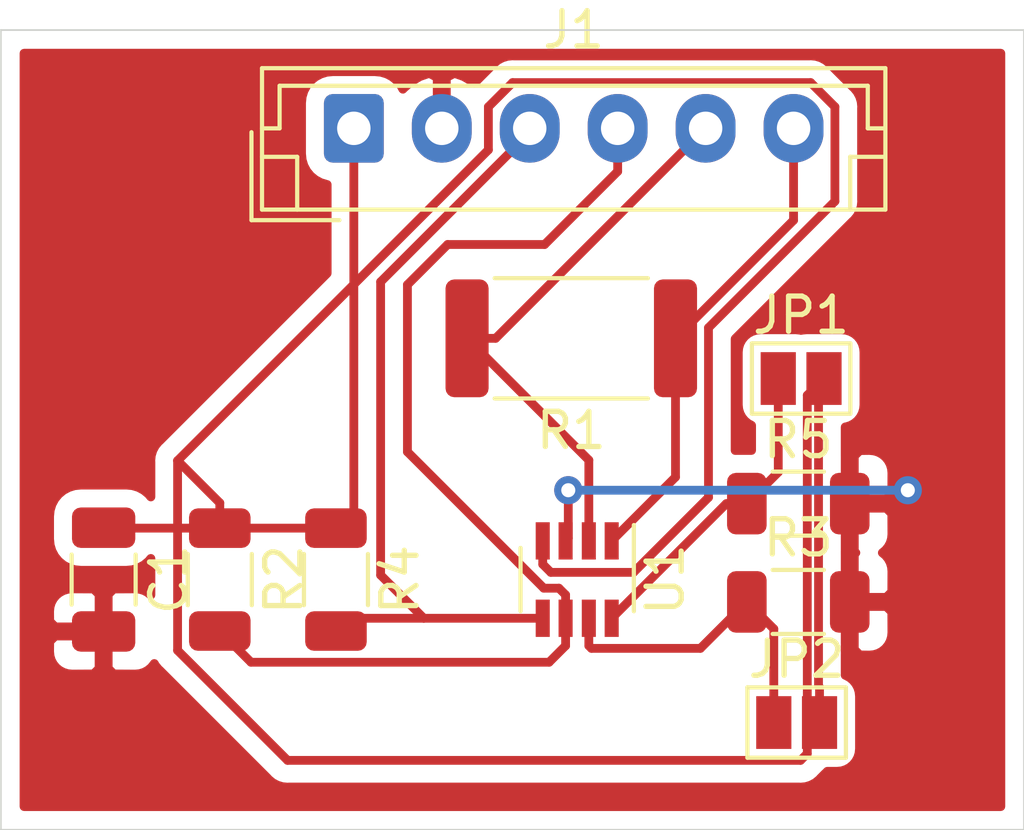
<source format=kicad_pcb>
(kicad_pcb (version 20171130) (host pcbnew "(5.1.10)-1")

  (general
    (thickness 1.6)
    (drawings 4)
    (tracks 73)
    (zones 0)
    (modules 10)
    (nets 9)
  )

  (page A4)
  (layers
    (0 F.Cu signal)
    (31 B.Cu signal)
    (32 B.Adhes user)
    (33 F.Adhes user)
    (34 B.Paste user)
    (35 F.Paste user)
    (36 B.SilkS user)
    (37 F.SilkS user)
    (38 B.Mask user)
    (39 F.Mask user)
    (40 Dwgs.User user)
    (41 Cmts.User user)
    (42 Eco1.User user)
    (43 Eco2.User user)
    (44 Edge.Cuts user)
    (45 Margin user)
    (46 B.CrtYd user)
    (47 F.CrtYd user)
    (48 B.Fab user)
    (49 F.Fab user)
  )

  (setup
    (last_trace_width 0.25)
    (trace_clearance 0.2)
    (zone_clearance 0.508)
    (zone_45_only no)
    (trace_min 0.2)
    (via_size 0.8)
    (via_drill 0.4)
    (via_min_size 0.4)
    (via_min_drill 0.3)
    (uvia_size 0.3)
    (uvia_drill 0.1)
    (uvias_allowed no)
    (uvia_min_size 0.2)
    (uvia_min_drill 0.1)
    (edge_width 0.05)
    (segment_width 0.2)
    (pcb_text_width 0.3)
    (pcb_text_size 1.5 1.5)
    (mod_edge_width 0.12)
    (mod_text_size 1 1)
    (mod_text_width 0.15)
    (pad_size 1.524 1.524)
    (pad_drill 0.762)
    (pad_to_mask_clearance 0)
    (aux_axis_origin 0 0)
    (visible_elements 7FFFFFFF)
    (pcbplotparams
      (layerselection 0x010fc_ffffffff)
      (usegerberextensions false)
      (usegerberattributes true)
      (usegerberadvancedattributes true)
      (creategerberjobfile true)
      (excludeedgelayer true)
      (linewidth 0.100000)
      (plotframeref false)
      (viasonmask false)
      (mode 1)
      (useauxorigin false)
      (hpglpennumber 1)
      (hpglpenspeed 20)
      (hpglpendiameter 15.000000)
      (psnegative false)
      (psa4output false)
      (plotreference true)
      (plotvalue true)
      (plotinvisibletext false)
      (padsonsilk false)
      (subtractmaskfromsilk false)
      (outputformat 1)
      (mirror false)
      (drillshape 1)
      (scaleselection 1)
      (outputdirectory ""))
  )

  (net 0 "")
  (net 1 VCC)
  (net 2 GND)
  (net 3 /SCL)
  (net 4 /SDA)
  (net 5 /Vin-)
  (net 6 /Vin+)
  (net 7 "Net-(JP1-Pad1)")
  (net 8 "Net-(JP2-Pad1)")

  (net_class Default "This is the default net class."
    (clearance 0.2)
    (trace_width 0.25)
    (via_dia 0.8)
    (via_drill 0.4)
    (uvia_dia 0.3)
    (uvia_drill 0.1)
    (add_net /SCL)
    (add_net /SDA)
    (add_net /Vin+)
    (add_net /Vin-)
    (add_net GND)
    (add_net "Net-(JP1-Pad1)")
    (add_net "Net-(JP2-Pad1)")
    (add_net VCC)
  )

  (module Package_TO_SOT_SMD:SOT-23-8 (layer F.Cu) (tedit 5A02FF57) (tstamp 6193D5DE)
    (at 152.4 110.871 270)
    (descr "8-pin SOT-23 package, http://www.analog.com/media/en/package-pcb-resources/package/pkg_pdf/sot-23rj/rj_8.pdf")
    (tags SOT-23-8)
    (path /618D624B)
    (attr smd)
    (fp_text reference U1 (at 0 -2.5 90) (layer F.SilkS)
      (effects (font (size 1 1) (thickness 0.15)))
    )
    (fp_text value INA219AxDCN (at 0 2.5 90) (layer F.Fab)
      (effects (font (size 1 1) (thickness 0.15)))
    )
    (fp_line (start 0.9 -1.55) (end 0.9 1.55) (layer F.Fab) (width 0.1))
    (fp_line (start 0.9 1.55) (end -0.9 1.55) (layer F.Fab) (width 0.1))
    (fp_line (start -0.9 -0.9) (end -0.9 1.55) (layer F.Fab) (width 0.1))
    (fp_line (start 0.9 -1.55) (end -0.25 -1.55) (layer F.Fab) (width 0.1))
    (fp_line (start -0.9 -0.9) (end -0.25 -1.55) (layer F.Fab) (width 0.1))
    (fp_line (start -1.9 -1.8) (end -1.9 1.8) (layer F.CrtYd) (width 0.05))
    (fp_line (start -1.9 1.8) (end 1.9 1.8) (layer F.CrtYd) (width 0.05))
    (fp_line (start 1.9 1.8) (end 1.9 -1.8) (layer F.CrtYd) (width 0.05))
    (fp_line (start 1.9 -1.8) (end -1.9 -1.8) (layer F.CrtYd) (width 0.05))
    (fp_line (start 0.9 -1.61) (end -1.55 -1.61) (layer F.SilkS) (width 0.12))
    (fp_line (start -0.9 1.61) (end 0.9 1.61) (layer F.SilkS) (width 0.12))
    (fp_text user %R (at 0 0) (layer F.Fab)
      (effects (font (size 0.5 0.5) (thickness 0.075)))
    )
    (pad 1 smd rect (at -1.1 -0.98 270) (size 1.06 0.4) (layers F.Cu F.Paste F.Mask)
      (net 6 /Vin+))
    (pad 2 smd rect (at -1.1 -0.33 270) (size 1.06 0.4) (layers F.Cu F.Paste F.Mask)
      (net 5 /Vin-))
    (pad 3 smd rect (at -1.1 0.33 270) (size 1.06 0.4) (layers F.Cu F.Paste F.Mask)
      (net 2 GND))
    (pad 4 smd rect (at -1.1 0.98 270) (size 1.06 0.4) (layers F.Cu F.Paste F.Mask)
      (net 1 VCC))
    (pad 5 smd rect (at 1.1 0.98 270) (size 1.06 0.4) (layers F.Cu F.Paste F.Mask)
      (net 3 /SCL))
    (pad 6 smd rect (at 1.1 0.33 270) (size 1.06 0.4) (layers F.Cu F.Paste F.Mask)
      (net 4 /SDA))
    (pad 7 smd rect (at 1.1 -0.33 270) (size 1.06 0.4) (layers F.Cu F.Paste F.Mask)
      (net 8 "Net-(JP2-Pad1)"))
    (pad 8 smd rect (at 1.1 -0.98 270) (size 1.06 0.4) (layers F.Cu F.Paste F.Mask)
      (net 7 "Net-(JP1-Pad1)"))
    (model ${KISYS3DMOD}/Package_TO_SOT_SMD.3dshapes/SOT-23-8.wrl
      (at (xyz 0 0 0))
      (scale (xyz 1 1 1))
      (rotate (xyz 0 0 0))
    )
  )

  (module Capacitor_SMD:C_1206_3216Metric (layer F.Cu) (tedit 5F68FEEE) (tstamp 6193D133)
    (at 138.938 110.871 270)
    (descr "Capacitor SMD 1206 (3216 Metric), square (rectangular) end terminal, IPC_7351 nominal, (Body size source: IPC-SM-782 page 76, https://www.pcb-3d.com/wordpress/wp-content/uploads/ipc-sm-782a_amendment_1_and_2.pdf), generated with kicad-footprint-generator")
    (tags capacitor)
    (path /619546E6)
    (attr smd)
    (fp_text reference C1 (at 0 -1.85 90) (layer F.SilkS)
      (effects (font (size 1 1) (thickness 0.15)))
    )
    (fp_text value 0,1uF (at 0 1.85 90) (layer F.Fab)
      (effects (font (size 1 1) (thickness 0.15)))
    )
    (fp_line (start 2.3 1.15) (end -2.3 1.15) (layer F.CrtYd) (width 0.05))
    (fp_line (start 2.3 -1.15) (end 2.3 1.15) (layer F.CrtYd) (width 0.05))
    (fp_line (start -2.3 -1.15) (end 2.3 -1.15) (layer F.CrtYd) (width 0.05))
    (fp_line (start -2.3 1.15) (end -2.3 -1.15) (layer F.CrtYd) (width 0.05))
    (fp_line (start -0.711252 0.91) (end 0.711252 0.91) (layer F.SilkS) (width 0.12))
    (fp_line (start -0.711252 -0.91) (end 0.711252 -0.91) (layer F.SilkS) (width 0.12))
    (fp_line (start 1.6 0.8) (end -1.6 0.8) (layer F.Fab) (width 0.1))
    (fp_line (start 1.6 -0.8) (end 1.6 0.8) (layer F.Fab) (width 0.1))
    (fp_line (start -1.6 -0.8) (end 1.6 -0.8) (layer F.Fab) (width 0.1))
    (fp_line (start -1.6 0.8) (end -1.6 -0.8) (layer F.Fab) (width 0.1))
    (fp_text user %R (at 0 0 90) (layer F.Fab)
      (effects (font (size 0.8 0.8) (thickness 0.12)))
    )
    (pad 1 smd roundrect (at -1.475 0 270) (size 1.15 1.8) (layers F.Cu F.Paste F.Mask) (roundrect_rratio 0.217391)
      (net 1 VCC))
    (pad 2 smd roundrect (at 1.475 0 270) (size 1.15 1.8) (layers F.Cu F.Paste F.Mask) (roundrect_rratio 0.217391)
      (net 2 GND))
    (model ${KISYS3DMOD}/Capacitor_SMD.3dshapes/C_1206_3216Metric.wrl
      (at (xyz 0 0 0))
      (scale (xyz 1 1 1))
      (rotate (xyz 0 0 0))
    )
  )

  (module Connector_JST:JST_EH_B6B-EH-A_1x06_P2.50mm_Vertical (layer F.Cu) (tedit 5C28142C) (tstamp 6193D4DE)
    (at 146.05 98.044)
    (descr "JST EH series connector, B6B-EH-A (http://www.jst-mfg.com/product/pdf/eng/eEH.pdf), generated with kicad-footprint-generator")
    (tags "connector JST EH vertical")
    (path /61963138)
    (fp_text reference J1 (at 6.25 -2.8) (layer F.SilkS)
      (effects (font (size 1 1) (thickness 0.15)))
    )
    (fp_text value Conn_01x06 (at 6.25 3.4) (layer F.Fab)
      (effects (font (size 1 1) (thickness 0.15)))
    )
    (fp_line (start -2.91 2.61) (end -0.41 2.61) (layer F.Fab) (width 0.1))
    (fp_line (start -2.91 0.11) (end -2.91 2.61) (layer F.Fab) (width 0.1))
    (fp_line (start -2.91 2.61) (end -0.41 2.61) (layer F.SilkS) (width 0.12))
    (fp_line (start -2.91 0.11) (end -2.91 2.61) (layer F.SilkS) (width 0.12))
    (fp_line (start 14.11 0.81) (end 14.11 2.31) (layer F.SilkS) (width 0.12))
    (fp_line (start 15.11 0.81) (end 14.11 0.81) (layer F.SilkS) (width 0.12))
    (fp_line (start -1.61 0.81) (end -1.61 2.31) (layer F.SilkS) (width 0.12))
    (fp_line (start -2.61 0.81) (end -1.61 0.81) (layer F.SilkS) (width 0.12))
    (fp_line (start 14.61 0) (end 15.11 0) (layer F.SilkS) (width 0.12))
    (fp_line (start 14.61 -1.21) (end 14.61 0) (layer F.SilkS) (width 0.12))
    (fp_line (start -2.11 -1.21) (end 14.61 -1.21) (layer F.SilkS) (width 0.12))
    (fp_line (start -2.11 0) (end -2.11 -1.21) (layer F.SilkS) (width 0.12))
    (fp_line (start -2.61 0) (end -2.11 0) (layer F.SilkS) (width 0.12))
    (fp_line (start 15.11 -1.71) (end -2.61 -1.71) (layer F.SilkS) (width 0.12))
    (fp_line (start 15.11 2.31) (end 15.11 -1.71) (layer F.SilkS) (width 0.12))
    (fp_line (start -2.61 2.31) (end 15.11 2.31) (layer F.SilkS) (width 0.12))
    (fp_line (start -2.61 -1.71) (end -2.61 2.31) (layer F.SilkS) (width 0.12))
    (fp_line (start 15.5 -2.1) (end -3 -2.1) (layer F.CrtYd) (width 0.05))
    (fp_line (start 15.5 2.7) (end 15.5 -2.1) (layer F.CrtYd) (width 0.05))
    (fp_line (start -3 2.7) (end 15.5 2.7) (layer F.CrtYd) (width 0.05))
    (fp_line (start -3 -2.1) (end -3 2.7) (layer F.CrtYd) (width 0.05))
    (fp_line (start 15 -1.6) (end -2.5 -1.6) (layer F.Fab) (width 0.1))
    (fp_line (start 15 2.2) (end 15 -1.6) (layer F.Fab) (width 0.1))
    (fp_line (start -2.5 2.2) (end 15 2.2) (layer F.Fab) (width 0.1))
    (fp_line (start -2.5 -1.6) (end -2.5 2.2) (layer F.Fab) (width 0.1))
    (fp_text user %R (at 6.25 1.5) (layer F.Fab)
      (effects (font (size 1 1) (thickness 0.15)))
    )
    (pad 1 thru_hole roundrect (at 0 0) (size 1.7 1.95) (drill 0.95) (layers *.Cu *.Mask) (roundrect_rratio 0.147059)
      (net 1 VCC))
    (pad 2 thru_hole oval (at 2.5 0) (size 1.7 1.95) (drill 0.95) (layers *.Cu *.Mask)
      (net 2 GND))
    (pad 3 thru_hole oval (at 5 0) (size 1.7 1.95) (drill 0.95) (layers *.Cu *.Mask)
      (net 3 /SCL))
    (pad 4 thru_hole oval (at 7.5 0) (size 1.7 1.95) (drill 0.95) (layers *.Cu *.Mask)
      (net 4 /SDA))
    (pad 5 thru_hole oval (at 10 0) (size 1.7 1.95) (drill 0.95) (layers *.Cu *.Mask)
      (net 5 /Vin-))
    (pad 6 thru_hole oval (at 12.5 0) (size 1.7 1.95) (drill 0.95) (layers *.Cu *.Mask)
      (net 6 /Vin+))
    (model ${KISYS3DMOD}/Connector_JST.3dshapes/JST_EH_B6B-EH-A_1x06_P2.50mm_Vertical.wrl
      (at (xyz 0 0 0))
      (scale (xyz 1 1 1))
      (rotate (xyz 0 0 0))
    )
  )

  (module Jumper:SolderJumper-2_P1.3mm_Open_Pad1.0x1.5mm (layer F.Cu) (tedit 5A3EABFC) (tstamp 6193D670)
    (at 158.765 105.156)
    (descr "SMD Solder Jumper, 1x1.5mm Pads, 0.3mm gap, open")
    (tags "solder jumper open")
    (path /619653AB)
    (attr virtual)
    (fp_text reference JP1 (at 0 -1.8) (layer F.SilkS)
      (effects (font (size 1 1) (thickness 0.15)))
    )
    (fp_text value SolderJumper_2_Open (at 0 1.9) (layer F.Fab)
      (effects (font (size 0.508 0.508) (thickness 0.127)))
    )
    (fp_line (start 1.65 1.25) (end -1.65 1.25) (layer F.CrtYd) (width 0.05))
    (fp_line (start 1.65 1.25) (end 1.65 -1.25) (layer F.CrtYd) (width 0.05))
    (fp_line (start -1.65 -1.25) (end -1.65 1.25) (layer F.CrtYd) (width 0.05))
    (fp_line (start -1.65 -1.25) (end 1.65 -1.25) (layer F.CrtYd) (width 0.05))
    (fp_line (start -1.4 -1) (end 1.4 -1) (layer F.SilkS) (width 0.12))
    (fp_line (start 1.4 -1) (end 1.4 1) (layer F.SilkS) (width 0.12))
    (fp_line (start 1.4 1) (end -1.4 1) (layer F.SilkS) (width 0.12))
    (fp_line (start -1.4 1) (end -1.4 -1) (layer F.SilkS) (width 0.12))
    (pad 2 smd rect (at 0.65 0) (size 1 1.5) (layers F.Cu F.Mask)
      (net 1 VCC))
    (pad 1 smd rect (at -0.65 0) (size 1 1.5) (layers F.Cu F.Mask)
      (net 7 "Net-(JP1-Pad1)"))
  )

  (module Jumper:SolderJumper-2_P1.3mm_Open_Pad1.0x1.5mm (layer F.Cu) (tedit 5A3EABFC) (tstamp 6193D190)
    (at 158.638 114.935)
    (descr "SMD Solder Jumper, 1x1.5mm Pads, 0.3mm gap, open")
    (tags "solder jumper open")
    (path /619662BA)
    (attr virtual)
    (fp_text reference JP2 (at 0 -1.8) (layer F.SilkS)
      (effects (font (size 1 1) (thickness 0.15)))
    )
    (fp_text value SolderJumper_2_Open (at 0 1.9) (layer F.Fab)
      (effects (font (size 0.508 0.508) (thickness 0.127)))
    )
    (fp_line (start -1.4 1) (end -1.4 -1) (layer F.SilkS) (width 0.12))
    (fp_line (start 1.4 1) (end -1.4 1) (layer F.SilkS) (width 0.12))
    (fp_line (start 1.4 -1) (end 1.4 1) (layer F.SilkS) (width 0.12))
    (fp_line (start -1.4 -1) (end 1.4 -1) (layer F.SilkS) (width 0.12))
    (fp_line (start -1.65 -1.25) (end 1.65 -1.25) (layer F.CrtYd) (width 0.05))
    (fp_line (start -1.65 -1.25) (end -1.65 1.25) (layer F.CrtYd) (width 0.05))
    (fp_line (start 1.65 1.25) (end 1.65 -1.25) (layer F.CrtYd) (width 0.05))
    (fp_line (start 1.65 1.25) (end -1.65 1.25) (layer F.CrtYd) (width 0.05))
    (pad 1 smd rect (at -0.65 0) (size 1 1.5) (layers F.Cu F.Mask)
      (net 8 "Net-(JP2-Pad1)"))
    (pad 2 smd rect (at 0.65 0) (size 1 1.5) (layers F.Cu F.Mask)
      (net 1 VCC))
  )

  (module Resistor_SMD:R_2512_6332Metric (layer F.Cu) (tedit 5F68FEEE) (tstamp 6193D0DC)
    (at 152.2315 104.013 180)
    (descr "Resistor SMD 2512 (6332 Metric), square (rectangular) end terminal, IPC_7351 nominal, (Body size source: IPC-SM-782 page 72, https://www.pcb-3d.com/wordpress/wp-content/uploads/ipc-sm-782a_amendment_1_and_2.pdf), generated with kicad-footprint-generator")
    (tags resistor)
    (path /6193E532)
    (attr smd)
    (fp_text reference R1 (at 0 -2.62) (layer F.SilkS)
      (effects (font (size 1 1) (thickness 0.15)))
    )
    (fp_text value 0,1 (at 0 2.62) (layer F.Fab)
      (effects (font (size 1 1) (thickness 0.15)))
    )
    (fp_line (start 3.82 1.92) (end -3.82 1.92) (layer F.CrtYd) (width 0.05))
    (fp_line (start 3.82 -1.92) (end 3.82 1.92) (layer F.CrtYd) (width 0.05))
    (fp_line (start -3.82 -1.92) (end 3.82 -1.92) (layer F.CrtYd) (width 0.05))
    (fp_line (start -3.82 1.92) (end -3.82 -1.92) (layer F.CrtYd) (width 0.05))
    (fp_line (start -2.177064 1.71) (end 2.177064 1.71) (layer F.SilkS) (width 0.12))
    (fp_line (start -2.177064 -1.71) (end 2.177064 -1.71) (layer F.SilkS) (width 0.12))
    (fp_line (start 3.15 1.6) (end -3.15 1.6) (layer F.Fab) (width 0.1))
    (fp_line (start 3.15 -1.6) (end 3.15 1.6) (layer F.Fab) (width 0.1))
    (fp_line (start -3.15 -1.6) (end 3.15 -1.6) (layer F.Fab) (width 0.1))
    (fp_line (start -3.15 1.6) (end -3.15 -1.6) (layer F.Fab) (width 0.1))
    (fp_text user %R (at 0 0) (layer F.Fab)
      (effects (font (size 1 1) (thickness 0.15)))
    )
    (pad 1 smd roundrect (at -2.9625 0 180) (size 1.225 3.35) (layers F.Cu F.Paste F.Mask) (roundrect_rratio 0.204082)
      (net 6 /Vin+))
    (pad 2 smd roundrect (at 2.9625 0 180) (size 1.225 3.35) (layers F.Cu F.Paste F.Mask) (roundrect_rratio 0.204082)
      (net 5 /Vin-))
    (model ${KISYS3DMOD}/Resistor_SMD.3dshapes/R_2512_6332Metric.wrl
      (at (xyz 0 0 0))
      (scale (xyz 1 1 1))
      (rotate (xyz 0 0 0))
    )
  )

  (module Resistor_SMD:R_1206_3216Metric (layer F.Cu) (tedit 5F68FEEE) (tstamp 6193D0AC)
    (at 142.24 110.871 270)
    (descr "Resistor SMD 1206 (3216 Metric), square (rectangular) end terminal, IPC_7351 nominal, (Body size source: IPC-SM-782 page 72, https://www.pcb-3d.com/wordpress/wp-content/uploads/ipc-sm-782a_amendment_1_and_2.pdf), generated with kicad-footprint-generator")
    (tags resistor)
    (path /6197E98F)
    (attr smd)
    (fp_text reference R2 (at 0 -1.82 90) (layer F.SilkS)
      (effects (font (size 1 1) (thickness 0.15)))
    )
    (fp_text value 10k (at 0 1.82 90) (layer F.Fab)
      (effects (font (size 1 1) (thickness 0.15)))
    )
    (fp_line (start 2.28 1.12) (end -2.28 1.12) (layer F.CrtYd) (width 0.05))
    (fp_line (start 2.28 -1.12) (end 2.28 1.12) (layer F.CrtYd) (width 0.05))
    (fp_line (start -2.28 -1.12) (end 2.28 -1.12) (layer F.CrtYd) (width 0.05))
    (fp_line (start -2.28 1.12) (end -2.28 -1.12) (layer F.CrtYd) (width 0.05))
    (fp_line (start -0.727064 0.91) (end 0.727064 0.91) (layer F.SilkS) (width 0.12))
    (fp_line (start -0.727064 -0.91) (end 0.727064 -0.91) (layer F.SilkS) (width 0.12))
    (fp_line (start 1.6 0.8) (end -1.6 0.8) (layer F.Fab) (width 0.1))
    (fp_line (start 1.6 -0.8) (end 1.6 0.8) (layer F.Fab) (width 0.1))
    (fp_line (start -1.6 -0.8) (end 1.6 -0.8) (layer F.Fab) (width 0.1))
    (fp_line (start -1.6 0.8) (end -1.6 -0.8) (layer F.Fab) (width 0.1))
    (fp_text user %R (at 0 0 90) (layer F.Fab)
      (effects (font (size 0.8 0.8) (thickness 0.12)))
    )
    (pad 1 smd roundrect (at -1.4625 0 270) (size 1.125 1.75) (layers F.Cu F.Paste F.Mask) (roundrect_rratio 0.222222)
      (net 1 VCC))
    (pad 2 smd roundrect (at 1.4625 0 270) (size 1.125 1.75) (layers F.Cu F.Paste F.Mask) (roundrect_rratio 0.222222)
      (net 4 /SDA))
    (model ${KISYS3DMOD}/Resistor_SMD.3dshapes/R_1206_3216Metric.wrl
      (at (xyz 0 0 0))
      (scale (xyz 1 1 1))
      (rotate (xyz 0 0 0))
    )
  )

  (module Resistor_SMD:R_1206_3216Metric (layer F.Cu) (tedit 5F68FEEE) (tstamp 6193D07C)
    (at 158.6845 111.506)
    (descr "Resistor SMD 1206 (3216 Metric), square (rectangular) end terminal, IPC_7351 nominal, (Body size source: IPC-SM-782 page 72, https://www.pcb-3d.com/wordpress/wp-content/uploads/ipc-sm-782a_amendment_1_and_2.pdf), generated with kicad-footprint-generator")
    (tags resistor)
    (path /61987720)
    (attr smd)
    (fp_text reference R3 (at 0 -1.82) (layer F.SilkS)
      (effects (font (size 1 1) (thickness 0.15)))
    )
    (fp_text value 10k (at 0 1.82) (layer F.Fab)
      (effects (font (size 1 1) (thickness 0.15)))
    )
    (fp_line (start 2.28 1.12) (end -2.28 1.12) (layer F.CrtYd) (width 0.05))
    (fp_line (start 2.28 -1.12) (end 2.28 1.12) (layer F.CrtYd) (width 0.05))
    (fp_line (start -2.28 -1.12) (end 2.28 -1.12) (layer F.CrtYd) (width 0.05))
    (fp_line (start -2.28 1.12) (end -2.28 -1.12) (layer F.CrtYd) (width 0.05))
    (fp_line (start -0.727064 0.91) (end 0.727064 0.91) (layer F.SilkS) (width 0.12))
    (fp_line (start -0.727064 -0.91) (end 0.727064 -0.91) (layer F.SilkS) (width 0.12))
    (fp_line (start 1.6 0.8) (end -1.6 0.8) (layer F.Fab) (width 0.1))
    (fp_line (start 1.6 -0.8) (end 1.6 0.8) (layer F.Fab) (width 0.1))
    (fp_line (start -1.6 -0.8) (end 1.6 -0.8) (layer F.Fab) (width 0.1))
    (fp_line (start -1.6 0.8) (end -1.6 -0.8) (layer F.Fab) (width 0.1))
    (fp_text user %R (at 0 0) (layer F.Fab)
      (effects (font (size 0.8 0.8) (thickness 0.12)))
    )
    (pad 1 smd roundrect (at -1.4625 0) (size 1.125 1.75) (layers F.Cu F.Paste F.Mask) (roundrect_rratio 0.222222)
      (net 8 "Net-(JP2-Pad1)"))
    (pad 2 smd roundrect (at 1.4625 0) (size 1.125 1.75) (layers F.Cu F.Paste F.Mask) (roundrect_rratio 0.222222)
      (net 2 GND))
    (model ${KISYS3DMOD}/Resistor_SMD.3dshapes/R_1206_3216Metric.wrl
      (at (xyz 0 0 0))
      (scale (xyz 1 1 1))
      (rotate (xyz 0 0 0))
    )
  )

  (module Resistor_SMD:R_1206_3216Metric (layer F.Cu) (tedit 5F68FEEE) (tstamp 6193D04C)
    (at 145.542 110.871 270)
    (descr "Resistor SMD 1206 (3216 Metric), square (rectangular) end terminal, IPC_7351 nominal, (Body size source: IPC-SM-782 page 72, https://www.pcb-3d.com/wordpress/wp-content/uploads/ipc-sm-782a_amendment_1_and_2.pdf), generated with kicad-footprint-generator")
    (tags resistor)
    (path /6198017E)
    (attr smd)
    (fp_text reference R4 (at 0 -1.82 90) (layer F.SilkS)
      (effects (font (size 1 1) (thickness 0.15)))
    )
    (fp_text value 10k (at 0 1.82 90) (layer F.Fab)
      (effects (font (size 1 1) (thickness 0.15)))
    )
    (fp_line (start -1.6 0.8) (end -1.6 -0.8) (layer F.Fab) (width 0.1))
    (fp_line (start -1.6 -0.8) (end 1.6 -0.8) (layer F.Fab) (width 0.1))
    (fp_line (start 1.6 -0.8) (end 1.6 0.8) (layer F.Fab) (width 0.1))
    (fp_line (start 1.6 0.8) (end -1.6 0.8) (layer F.Fab) (width 0.1))
    (fp_line (start -0.727064 -0.91) (end 0.727064 -0.91) (layer F.SilkS) (width 0.12))
    (fp_line (start -0.727064 0.91) (end 0.727064 0.91) (layer F.SilkS) (width 0.12))
    (fp_line (start -2.28 1.12) (end -2.28 -1.12) (layer F.CrtYd) (width 0.05))
    (fp_line (start -2.28 -1.12) (end 2.28 -1.12) (layer F.CrtYd) (width 0.05))
    (fp_line (start 2.28 -1.12) (end 2.28 1.12) (layer F.CrtYd) (width 0.05))
    (fp_line (start 2.28 1.12) (end -2.28 1.12) (layer F.CrtYd) (width 0.05))
    (fp_text user %R (at 0 0 90) (layer F.Fab)
      (effects (font (size 0.8 0.8) (thickness 0.12)))
    )
    (pad 2 smd roundrect (at 1.4625 0 270) (size 1.125 1.75) (layers F.Cu F.Paste F.Mask) (roundrect_rratio 0.222222)
      (net 3 /SCL))
    (pad 1 smd roundrect (at -1.4625 0 270) (size 1.125 1.75) (layers F.Cu F.Paste F.Mask) (roundrect_rratio 0.222222)
      (net 1 VCC))
    (model ${KISYS3DMOD}/Resistor_SMD.3dshapes/R_1206_3216Metric.wrl
      (at (xyz 0 0 0))
      (scale (xyz 1 1 1))
      (rotate (xyz 0 0 0))
    )
  )

  (module Resistor_SMD:R_1206_3216Metric (layer F.Cu) (tedit 5F68FEEE) (tstamp 6193D163)
    (at 158.6845 108.712)
    (descr "Resistor SMD 1206 (3216 Metric), square (rectangular) end terminal, IPC_7351 nominal, (Body size source: IPC-SM-782 page 72, https://www.pcb-3d.com/wordpress/wp-content/uploads/ipc-sm-782a_amendment_1_and_2.pdf), generated with kicad-footprint-generator")
    (tags resistor)
    (path /6198AAE0)
    (attr smd)
    (fp_text reference R5 (at 0 -1.82) (layer F.SilkS)
      (effects (font (size 1 1) (thickness 0.15)))
    )
    (fp_text value 10k (at 0 1.82) (layer F.Fab)
      (effects (font (size 1 1) (thickness 0.15)))
    )
    (fp_line (start -1.6 0.8) (end -1.6 -0.8) (layer F.Fab) (width 0.1))
    (fp_line (start -1.6 -0.8) (end 1.6 -0.8) (layer F.Fab) (width 0.1))
    (fp_line (start 1.6 -0.8) (end 1.6 0.8) (layer F.Fab) (width 0.1))
    (fp_line (start 1.6 0.8) (end -1.6 0.8) (layer F.Fab) (width 0.1))
    (fp_line (start -0.727064 -0.91) (end 0.727064 -0.91) (layer F.SilkS) (width 0.12))
    (fp_line (start -0.727064 0.91) (end 0.727064 0.91) (layer F.SilkS) (width 0.12))
    (fp_line (start -2.28 1.12) (end -2.28 -1.12) (layer F.CrtYd) (width 0.05))
    (fp_line (start -2.28 -1.12) (end 2.28 -1.12) (layer F.CrtYd) (width 0.05))
    (fp_line (start 2.28 -1.12) (end 2.28 1.12) (layer F.CrtYd) (width 0.05))
    (fp_line (start 2.28 1.12) (end -2.28 1.12) (layer F.CrtYd) (width 0.05))
    (fp_text user %R (at 0 0) (layer F.Fab)
      (effects (font (size 0.8 0.8) (thickness 0.12)))
    )
    (pad 2 smd roundrect (at 1.4625 0) (size 1.125 1.75) (layers F.Cu F.Paste F.Mask) (roundrect_rratio 0.222222)
      (net 2 GND))
    (pad 1 smd roundrect (at -1.4625 0) (size 1.125 1.75) (layers F.Cu F.Paste F.Mask) (roundrect_rratio 0.222222)
      (net 7 "Net-(JP1-Pad1)"))
    (model ${KISYS3DMOD}/Resistor_SMD.3dshapes/R_1206_3216Metric.wrl
      (at (xyz 0 0 0))
      (scale (xyz 1 1 1))
      (rotate (xyz 0 0 0))
    )
  )

  (gr_line (start 136.017 95.25) (end 165.1 95.25) (layer Edge.Cuts) (width 0.05) (tstamp 61C0F145))
  (gr_line (start 136.017 117.983) (end 136.017 95.25) (layer Edge.Cuts) (width 0.05))
  (gr_line (start 165.1 117.983) (end 136.017 117.983) (layer Edge.Cuts) (width 0.05))
  (gr_line (start 165.1 95.25) (end 165.1 117.983) (layer Edge.Cuts) (width 0.05))

  (segment (start 146.05 108.9005) (end 145.542 109.4085) (width 0.25) (layer F.Cu) (net 1))
  (segment (start 146.05 98.044) (end 146.05 108.9005) (width 0.25) (layer F.Cu) (net 1))
  (segment (start 138.9505 109.4085) (end 138.938 109.396) (width 0.25) (layer F.Cu) (net 1))
  (segment (start 145.542 109.4085) (end 138.9505 109.4085) (width 0.25) (layer F.Cu) (net 1))
  (segment (start 159.25949 105.31151) (end 159.415 105.156) (width 0.25) (layer F.Cu) (net 1))
  (segment (start 159.25949 113.90649) (end 159.25949 105.31151) (width 0.25) (layer F.Cu) (net 1))
  (segment (start 159.288 113.935) (end 159.25949 113.90649) (width 0.25) (layer F.Cu) (net 1))
  (segment (start 159.288 114.935) (end 159.288 113.935) (width 0.25) (layer F.Cu) (net 1))
  (segment (start 151.649987 110.665989) (end 151.42 110.436002) (width 0.25) (layer F.Cu) (net 1))
  (segment (start 154.002011 110.665989) (end 151.649987 110.665989) (width 0.25) (layer F.Cu) (net 1))
  (segment (start 156.13151 108.53649) (end 154.002011 110.665989) (width 0.25) (layer F.Cu) (net 1))
  (segment (start 156.13151 103.7119) (end 156.13151 108.53649) (width 0.25) (layer F.Cu) (net 1))
  (segment (start 159.72501 97.432295) (end 159.72501 100.1184) (width 0.25) (layer F.Cu) (net 1))
  (segment (start 159.036705 96.74399) (end 159.72501 97.432295) (width 0.25) (layer F.Cu) (net 1))
  (segment (start 151.42 110.436002) (end 151.42 109.771) (width 0.25) (layer F.Cu) (net 1))
  (segment (start 150.563295 96.74399) (end 159.036705 96.74399) (width 0.25) (layer F.Cu) (net 1))
  (segment (start 149.87499 97.432295) (end 150.563295 96.74399) (width 0.25) (layer F.Cu) (net 1))
  (segment (start 149.87499 98.655705) (end 149.87499 97.432295) (width 0.25) (layer F.Cu) (net 1))
  (segment (start 159.72501 100.1184) (end 156.13151 103.7119) (width 0.25) (layer F.Cu) (net 1))
  (segment (start 141.03999 107.490705) (end 149.87499 98.655705) (width 0.25) (layer F.Cu) (net 1))
  (segment (start 141.03999 112.88418) (end 141.03999 107.490705) (width 0.25) (layer F.Cu) (net 1))
  (segment (start 144.165811 116.010001) (end 141.03999 112.88418) (width 0.25) (layer F.Cu) (net 1))
  (segment (start 158.940001 115.818001) (end 158.748001 116.010001) (width 0.25) (layer F.Cu) (net 1))
  (segment (start 158.940001 105.630999) (end 158.940001 115.818001) (width 0.25) (layer F.Cu) (net 1))
  (segment (start 158.748001 116.010001) (end 144.165811 116.010001) (width 0.25) (layer F.Cu) (net 1))
  (segment (start 159.415 105.156) (end 158.940001 105.630999) (width 0.25) (layer F.Cu) (net 1))
  (segment (start 142.24 108.690715) (end 141.03999 107.490705) (width 0.25) (layer F.Cu) (net 1))
  (segment (start 142.24 109.4085) (end 142.24 108.690715) (width 0.25) (layer F.Cu) (net 1))
  (via (at 152.146 108.331) (size 0.8) (drill 0.4) (layers F.Cu B.Cu) (net 2))
  (via (at 161.798 108.331) (size 0.8) (drill 0.4) (layers F.Cu B.Cu) (net 2))
  (segment (start 160.528 108.331) (end 160.147 108.712) (width 0.25) (layer F.Cu) (net 2))
  (segment (start 161.798 108.331) (end 160.528 108.331) (width 0.25) (layer F.Cu) (net 2))
  (segment (start 161.798 108.331) (end 152.146 108.331) (width 0.25) (layer B.Cu) (net 2))
  (segment (start 152.146 109.695) (end 152.07 109.771) (width 0.25) (layer F.Cu) (net 2))
  (segment (start 152.146 108.331) (end 152.146 109.695) (width 0.25) (layer F.Cu) (net 2))
  (segment (start 145.9045 111.971) (end 145.542 112.3335) (width 0.25) (layer F.Cu) (net 3))
  (segment (start 151.05 98.169) (end 146.812 102.407) (width 0.25) (layer F.Cu) (net 3))
  (segment (start 151.05 98.044) (end 151.05 98.169) (width 0.25) (layer F.Cu) (net 3))
  (segment (start 146.812 110.744) (end 148.039 111.971) (width 0.25) (layer F.Cu) (net 3))
  (segment (start 146.812 102.407) (end 146.812 110.744) (width 0.25) (layer F.Cu) (net 3))
  (segment (start 148.039 111.971) (end 145.9045 111.971) (width 0.25) (layer F.Cu) (net 3))
  (segment (start 151.42 111.971) (end 148.039 111.971) (width 0.25) (layer F.Cu) (net 3))
  (segment (start 152.07 112.751) (end 152.07 111.971) (width 0.25) (layer F.Cu) (net 4))
  (segment (start 151.59999 113.22101) (end 152.07 112.751) (width 0.25) (layer F.Cu) (net 4))
  (segment (start 143.12751 113.22101) (end 151.59999 113.22101) (width 0.25) (layer F.Cu) (net 4))
  (segment (start 142.24 112.3335) (end 143.12751 113.22101) (width 0.25) (layer F.Cu) (net 4))
  (segment (start 147.574 107.240002) (end 151.449997 111.115999) (width 0.25) (layer F.Cu) (net 4))
  (segment (start 151.449997 111.115999) (end 151.880001 111.115999) (width 0.25) (layer F.Cu) (net 4))
  (segment (start 147.574 102.489) (end 147.574 107.240002) (width 0.25) (layer F.Cu) (net 4))
  (segment (start 148.717 101.346) (end 147.574 102.489) (width 0.25) (layer F.Cu) (net 4))
  (segment (start 152.07 111.305998) (end 152.07 111.971) (width 0.25) (layer F.Cu) (net 4))
  (segment (start 151.880001 111.115999) (end 152.07 111.305998) (width 0.25) (layer F.Cu) (net 4))
  (segment (start 151.473 101.346) (end 148.717 101.346) (width 0.25) (layer F.Cu) (net 4))
  (segment (start 153.55 99.269) (end 151.473 101.346) (width 0.25) (layer F.Cu) (net 4))
  (segment (start 153.55 98.044) (end 153.55 99.269) (width 0.25) (layer F.Cu) (net 4))
  (segment (start 152.73 107.474) (end 152.73 109.771) (width 0.25) (layer F.Cu) (net 5))
  (segment (start 149.269 104.013) (end 152.73 107.474) (width 0.25) (layer F.Cu) (net 5))
  (segment (start 150.081 104.013) (end 149.269 104.013) (width 0.25) (layer F.Cu) (net 5))
  (segment (start 156.05 98.044) (end 150.081 104.013) (width 0.25) (layer F.Cu) (net 5))
  (segment (start 155.194 107.957) (end 153.38 109.771) (width 0.25) (layer F.Cu) (net 6))
  (segment (start 155.194 104.013) (end 155.194 107.957) (width 0.25) (layer F.Cu) (net 6))
  (segment (start 158.55 100.657) (end 155.194 104.013) (width 0.25) (layer F.Cu) (net 6))
  (segment (start 158.55 98.044) (end 158.55 100.657) (width 0.25) (layer F.Cu) (net 6))
  (segment (start 156.639 108.712) (end 153.38 111.971) (width 0.25) (layer F.Cu) (net 7))
  (segment (start 157.222 108.712) (end 156.639 108.712) (width 0.25) (layer F.Cu) (net 7))
  (segment (start 158.115 107.819) (end 157.222 108.712) (width 0.25) (layer F.Cu) (net 7))
  (segment (start 158.115 105.156) (end 158.115 107.819) (width 0.25) (layer F.Cu) (net 7))
  (segment (start 157.988 112.272) (end 157.222 111.506) (width 0.25) (layer F.Cu) (net 8))
  (segment (start 157.988 114.935) (end 157.988 112.272) (width 0.25) (layer F.Cu) (net 8))
  (segment (start 152.73 112.751) (end 152.73 111.971) (width 0.25) (layer F.Cu) (net 8))
  (segment (start 152.805001 112.826001) (end 152.73 112.751) (width 0.25) (layer F.Cu) (net 8))
  (segment (start 155.901999 112.826001) (end 152.805001 112.826001) (width 0.25) (layer F.Cu) (net 8))
  (segment (start 157.222 111.506) (end 155.901999 112.826001) (width 0.25) (layer F.Cu) (net 8))

  (zone (net 2) (net_name GND) (layer F.Cu) (tstamp 0) (hatch edge 0.508)
    (connect_pads (clearance 0.508))
    (min_thickness 0.254)
    (fill yes (arc_segments 32) (thermal_gap 0.508) (thermal_bridge_width 0.508))
    (polygon
      (pts
        (xy 165.1 117.983) (xy 136.017 117.983) (xy 136.017 95.25) (xy 165.1 95.25)
      )
    )
    (filled_polygon
      (pts
        (xy 164.440001 117.323) (xy 136.677 117.323) (xy 136.677 112.921) (xy 137.399928 112.921) (xy 137.412188 113.045482)
        (xy 137.448498 113.16518) (xy 137.507463 113.275494) (xy 137.586815 113.372185) (xy 137.683506 113.451537) (xy 137.79382 113.510502)
        (xy 137.913518 113.546812) (xy 138.038 113.559072) (xy 138.65225 113.556) (xy 138.811 113.39725) (xy 138.811 112.473)
        (xy 137.56175 112.473) (xy 137.403 112.63175) (xy 137.399928 112.921) (xy 136.677 112.921) (xy 136.677 111.771)
        (xy 137.399928 111.771) (xy 137.403 112.06025) (xy 137.56175 112.219) (xy 138.811 112.219) (xy 138.811 111.29475)
        (xy 138.65225 111.136) (xy 138.038 111.132928) (xy 137.913518 111.145188) (xy 137.79382 111.181498) (xy 137.683506 111.240463)
        (xy 137.586815 111.319815) (xy 137.507463 111.416506) (xy 137.448498 111.52682) (xy 137.412188 111.646518) (xy 137.399928 111.771)
        (xy 136.677 111.771) (xy 136.677 109.070999) (xy 137.399928 109.070999) (xy 137.399928 109.721001) (xy 137.416992 109.894255)
        (xy 137.467528 110.060851) (xy 137.549595 110.214387) (xy 137.660038 110.348962) (xy 137.794613 110.459405) (xy 137.948149 110.541472)
        (xy 138.114745 110.592008) (xy 138.287999 110.609072) (xy 139.588001 110.609072) (xy 139.761255 110.592008) (xy 139.927851 110.541472)
        (xy 140.081387 110.459405) (xy 140.215962 110.348962) (xy 140.27999 110.270943) (xy 140.27999 111.312269) (xy 140.192494 111.240463)
        (xy 140.08218 111.181498) (xy 139.962482 111.145188) (xy 139.838 111.132928) (xy 139.22375 111.136) (xy 139.065 111.29475)
        (xy 139.065 112.219) (xy 139.085 112.219) (xy 139.085 112.473) (xy 139.065 112.473) (xy 139.065 113.39725)
        (xy 139.22375 113.556) (xy 139.838 113.559072) (xy 139.962482 113.546812) (xy 140.08218 113.510502) (xy 140.192494 113.451537)
        (xy 140.289185 113.372185) (xy 140.368537 113.275494) (xy 140.377967 113.257852) (xy 140.405016 113.308456) (xy 140.444861 113.357006)
        (xy 140.499989 113.424181) (xy 140.528993 113.447984) (xy 143.602016 116.521009) (xy 143.62581 116.550002) (xy 143.654803 116.573796)
        (xy 143.654807 116.5738) (xy 143.664407 116.581678) (xy 143.741535 116.644975) (xy 143.873564 116.715547) (xy 144.016825 116.759004)
        (xy 144.128478 116.770001) (xy 144.128487 116.770001) (xy 144.16581 116.773677) (xy 144.203133 116.770001) (xy 158.710679 116.770001)
        (xy 158.748001 116.773677) (xy 158.785323 116.770001) (xy 158.785334 116.770001) (xy 158.896987 116.759004) (xy 159.040248 116.715547)
        (xy 159.172277 116.644975) (xy 159.288002 116.550002) (xy 159.311805 116.520998) (xy 159.450998 116.381805) (xy 159.480002 116.358002)
        (xy 159.508668 116.323072) (xy 159.788 116.323072) (xy 159.912482 116.310812) (xy 160.03218 116.274502) (xy 160.142494 116.215537)
        (xy 160.239185 116.136185) (xy 160.318537 116.039494) (xy 160.377502 115.92918) (xy 160.413812 115.809482) (xy 160.426072 115.685)
        (xy 160.426072 114.185) (xy 160.413812 114.060518) (xy 160.377502 113.94082) (xy 160.318537 113.830506) (xy 160.239185 113.733815)
        (xy 160.142494 113.654463) (xy 160.03218 113.595498) (xy 160.01949 113.591649) (xy 160.01949 112.85776) (xy 160.02 112.85725)
        (xy 160.02 111.633) (xy 160.274 111.633) (xy 160.274 112.85725) (xy 160.43275 113.016) (xy 160.7095 113.019072)
        (xy 160.833982 113.006812) (xy 160.95368 112.970502) (xy 161.063994 112.911537) (xy 161.160685 112.832185) (xy 161.240037 112.735494)
        (xy 161.299002 112.62518) (xy 161.335312 112.505482) (xy 161.347572 112.381) (xy 161.3445 111.79175) (xy 161.18575 111.633)
        (xy 160.274 111.633) (xy 160.02 111.633) (xy 160.01949 111.633) (xy 160.01949 111.379) (xy 160.02 111.379)
        (xy 160.02 110.15475) (xy 160.01949 110.15424) (xy 160.01949 110.06376) (xy 160.02 110.06325) (xy 160.02 108.839)
        (xy 160.274 108.839) (xy 160.274 110.06325) (xy 160.31975 110.109) (xy 160.274 110.15475) (xy 160.274 111.379)
        (xy 161.18575 111.379) (xy 161.3445 111.22025) (xy 161.347572 110.631) (xy 161.335312 110.506518) (xy 161.299002 110.38682)
        (xy 161.240037 110.276506) (xy 161.160685 110.179815) (xy 161.074396 110.109) (xy 161.160685 110.038185) (xy 161.240037 109.941494)
        (xy 161.299002 109.83118) (xy 161.335312 109.711482) (xy 161.347572 109.587) (xy 161.3445 108.99775) (xy 161.18575 108.839)
        (xy 160.274 108.839) (xy 160.02 108.839) (xy 160.01949 108.839) (xy 160.01949 108.585) (xy 160.02 108.585)
        (xy 160.02 107.36075) (xy 160.274 107.36075) (xy 160.274 108.585) (xy 161.18575 108.585) (xy 161.3445 108.42625)
        (xy 161.347572 107.837) (xy 161.335312 107.712518) (xy 161.299002 107.59282) (xy 161.240037 107.482506) (xy 161.160685 107.385815)
        (xy 161.063994 107.306463) (xy 160.95368 107.247498) (xy 160.833982 107.211188) (xy 160.7095 107.198928) (xy 160.43275 107.202)
        (xy 160.274 107.36075) (xy 160.02 107.36075) (xy 160.01949 107.36024) (xy 160.01949 106.533781) (xy 160.039482 106.531812)
        (xy 160.15918 106.495502) (xy 160.269494 106.436537) (xy 160.366185 106.357185) (xy 160.445537 106.260494) (xy 160.504502 106.15018)
        (xy 160.540812 106.030482) (xy 160.553072 105.906) (xy 160.553072 104.406) (xy 160.540812 104.281518) (xy 160.504502 104.16182)
        (xy 160.445537 104.051506) (xy 160.366185 103.954815) (xy 160.269494 103.875463) (xy 160.15918 103.816498) (xy 160.039482 103.780188)
        (xy 159.915 103.767928) (xy 158.915 103.767928) (xy 158.790518 103.780188) (xy 158.765 103.787929) (xy 158.739482 103.780188)
        (xy 158.615 103.767928) (xy 157.615 103.767928) (xy 157.490518 103.780188) (xy 157.37082 103.816498) (xy 157.260506 103.875463)
        (xy 157.163815 103.954815) (xy 157.084463 104.051506) (xy 157.025498 104.16182) (xy 156.989188 104.281518) (xy 156.976928 104.406)
        (xy 156.976928 105.906) (xy 156.989188 106.030482) (xy 157.025498 106.15018) (xy 157.084463 106.260494) (xy 157.163815 106.357185)
        (xy 157.260506 106.436537) (xy 157.355 106.487046) (xy 157.355001 107.198928) (xy 156.909499 107.198928) (xy 156.89151 107.2007)
        (xy 156.89151 104.026701) (xy 160.236018 100.682195) (xy 160.265011 100.658401) (xy 160.288805 100.629408) (xy 160.288809 100.629404)
        (xy 160.359983 100.542677) (xy 160.378511 100.508014) (xy 160.430556 100.410647) (xy 160.474013 100.267386) (xy 160.48501 100.155733)
        (xy 160.48501 100.155724) (xy 160.488686 100.118401) (xy 160.48501 100.081078) (xy 160.48501 97.469617) (xy 160.488686 97.432294)
        (xy 160.48501 97.394971) (xy 160.48501 97.394962) (xy 160.474013 97.283309) (xy 160.430556 97.140048) (xy 160.359984 97.008019)
        (xy 160.265011 96.892294) (xy 160.236014 96.868497) (xy 159.600508 96.232992) (xy 159.576706 96.203989) (xy 159.460981 96.109016)
        (xy 159.328952 96.038444) (xy 159.185691 95.994987) (xy 159.074038 95.98399) (xy 159.074027 95.98399) (xy 159.036705 95.980314)
        (xy 158.999383 95.98399) (xy 150.600617 95.98399) (xy 150.563294 95.980314) (xy 150.525971 95.98399) (xy 150.525962 95.98399)
        (xy 150.414309 95.994987) (xy 150.271048 96.038444) (xy 150.139019 96.109016) (xy 150.023294 96.203989) (xy 149.999496 96.232988)
        (xy 149.471445 96.761038) (xy 149.421193 96.716504) (xy 149.169858 96.569648) (xy 148.90689 96.477524) (xy 148.677 96.598845)
        (xy 148.677 97.917) (xy 148.697 97.917) (xy 148.697 98.171) (xy 148.677 98.171) (xy 148.677 98.191)
        (xy 148.423 98.191) (xy 148.423 98.171) (xy 148.403 98.171) (xy 148.403 97.917) (xy 148.423 97.917)
        (xy 148.423 96.598845) (xy 148.19311 96.477524) (xy 147.930142 96.569648) (xy 147.678807 96.716504) (xy 147.460951 96.909571)
        (xy 147.444714 96.930961) (xy 147.388405 96.825614) (xy 147.277962 96.691038) (xy 147.143386 96.580595) (xy 146.98985 96.498528)
        (xy 146.823254 96.447992) (xy 146.65 96.430928) (xy 145.45 96.430928) (xy 145.276746 96.447992) (xy 145.11015 96.498528)
        (xy 144.956614 96.580595) (xy 144.822038 96.691038) (xy 144.711595 96.825614) (xy 144.629528 96.97915) (xy 144.578992 97.145746)
        (xy 144.561928 97.319) (xy 144.561928 98.769) (xy 144.578992 98.942254) (xy 144.629528 99.10885) (xy 144.711595 99.262386)
        (xy 144.822038 99.396962) (xy 144.956614 99.507405) (xy 145.11015 99.589472) (xy 145.276746 99.640008) (xy 145.29 99.641313)
        (xy 145.29 102.165893) (xy 140.528993 106.926901) (xy 140.499989 106.950704) (xy 140.418725 107.049725) (xy 140.405016 107.066429)
        (xy 140.334444 107.198459) (xy 140.30417 107.298263) (xy 140.290988 107.341719) (xy 140.286332 107.388988) (xy 140.276314 107.490705)
        (xy 140.279991 107.528037) (xy 140.279991 108.521057) (xy 140.215962 108.443038) (xy 140.081387 108.332595) (xy 139.927851 108.250528)
        (xy 139.761255 108.199992) (xy 139.588001 108.182928) (xy 138.287999 108.182928) (xy 138.114745 108.199992) (xy 137.948149 108.250528)
        (xy 137.794613 108.332595) (xy 137.660038 108.443038) (xy 137.549595 108.577613) (xy 137.467528 108.731149) (xy 137.416992 108.897745)
        (xy 137.399928 109.070999) (xy 136.677 109.070999) (xy 136.677 95.91) (xy 164.44 95.91)
      )
    )
  )
)

</source>
